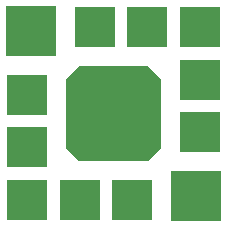
<source format=gts>
G04 EAGLE Gerber X2 export*
%TF.Part,Single*%
%TF.FileFunction,Other,Top Soldermask*%
%TF.FilePolarity,Positive*%
%TF.GenerationSoftware,Autodesk,EAGLE,9.1.0*%
%TF.CreationDate,2018-07-18T05:01:02Z*%
G75*
%MOMM*%
%FSLAX34Y34*%
%LPD*%
%AMOC8*
5,1,8,0,0,1.08239X$1,22.5*%
G01*
%ADD10R,3.378200X3.378200*%
%ADD11R,4.330700X4.330700*%
%ADD12R,6.553200X6.553200*%

G36*
X130217Y61286D02*
X130217Y61286D01*
X130259Y61284D01*
X130326Y61305D01*
X130396Y61318D01*
X130432Y61340D01*
X130473Y61353D01*
X130546Y61406D01*
X130589Y61432D01*
X130602Y61448D01*
X130623Y61464D01*
X141736Y72577D01*
X141760Y72611D01*
X141792Y72640D01*
X141824Y72703D01*
X141864Y72761D01*
X141875Y72802D01*
X141894Y72840D01*
X141907Y72929D01*
X141920Y72978D01*
X141918Y72999D01*
X141922Y73025D01*
X141922Y130175D01*
X141914Y130217D01*
X141916Y130259D01*
X141895Y130326D01*
X141882Y130396D01*
X141861Y130432D01*
X141848Y130473D01*
X141794Y130546D01*
X141768Y130589D01*
X141752Y130602D01*
X141736Y130623D01*
X130623Y141736D01*
X130589Y141760D01*
X130560Y141792D01*
X130497Y141824D01*
X130439Y141864D01*
X130398Y141875D01*
X130360Y141894D01*
X130271Y141907D01*
X130222Y141920D01*
X130201Y141918D01*
X130175Y141922D01*
X73025Y141922D01*
X72983Y141914D01*
X72941Y141916D01*
X72874Y141895D01*
X72804Y141882D01*
X72768Y141861D01*
X72727Y141848D01*
X72654Y141794D01*
X72611Y141768D01*
X72598Y141752D01*
X72577Y141736D01*
X61464Y130623D01*
X61440Y130589D01*
X61408Y130560D01*
X61376Y130497D01*
X61336Y130439D01*
X61325Y130398D01*
X61306Y130360D01*
X61293Y130271D01*
X61280Y130222D01*
X61282Y130201D01*
X61278Y130175D01*
X61278Y73025D01*
X61286Y72983D01*
X61284Y72941D01*
X61305Y72874D01*
X61318Y72804D01*
X61340Y72768D01*
X61353Y72727D01*
X61406Y72654D01*
X61432Y72611D01*
X61448Y72598D01*
X61464Y72577D01*
X72577Y61464D01*
X72611Y61440D01*
X72640Y61408D01*
X72703Y61376D01*
X72761Y61336D01*
X72802Y61325D01*
X72840Y61306D01*
X72929Y61293D01*
X72978Y61280D01*
X72999Y61282D01*
X73025Y61278D01*
X130175Y61278D01*
X130217Y61286D01*
G37*
D10*
X85725Y174625D03*
X130175Y174625D03*
X174625Y174625D03*
X174625Y130175D03*
X174625Y85725D03*
X117475Y28575D03*
X73025Y28575D03*
X28575Y28575D03*
X28575Y73025D03*
X28575Y117475D03*
D11*
X171450Y31750D03*
X31750Y171450D03*
D12*
X101600Y101600D03*
M02*

</source>
